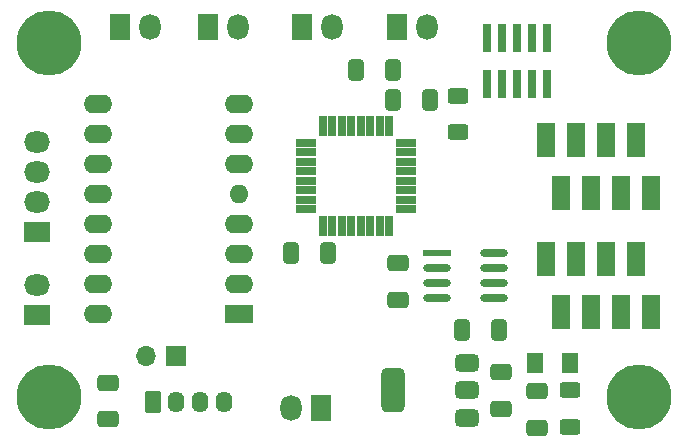
<source format=gbr>
%TF.GenerationSoftware,KiCad,Pcbnew,7.0.11-2.fc39*%
%TF.CreationDate,2024-04-03T17:16:26+02:00*%
%TF.ProjectId,CarteMPP,43617274-654d-4505-902e-6b696361645f,rev?*%
%TF.SameCoordinates,Original*%
%TF.FileFunction,Soldermask,Top*%
%TF.FilePolarity,Negative*%
%FSLAX46Y46*%
G04 Gerber Fmt 4.6, Leading zero omitted, Abs format (unit mm)*
G04 Created by KiCad (PCBNEW 7.0.11-2.fc39) date 2024-04-03 17:16:26*
%MOMM*%
%LPD*%
G01*
G04 APERTURE LIST*
G04 Aperture macros list*
%AMRoundRect*
0 Rectangle with rounded corners*
0 $1 Rounding radius*
0 $2 $3 $4 $5 $6 $7 $8 $9 X,Y pos of 4 corners*
0 Add a 4 corners polygon primitive as box body*
4,1,4,$2,$3,$4,$5,$6,$7,$8,$9,$2,$3,0*
0 Add four circle primitives for the rounded corners*
1,1,$1+$1,$2,$3*
1,1,$1+$1,$4,$5*
1,1,$1+$1,$6,$7*
1,1,$1+$1,$8,$9*
0 Add four rect primitives between the rounded corners*
20,1,$1+$1,$2,$3,$4,$5,0*
20,1,$1+$1,$4,$5,$6,$7,0*
20,1,$1+$1,$6,$7,$8,$9,0*
20,1,$1+$1,$8,$9,$2,$3,0*%
G04 Aperture macros list end*
%ADD10RoundRect,0.375000X0.625000X0.375000X-0.625000X0.375000X-0.625000X-0.375000X0.625000X-0.375000X0*%
%ADD11RoundRect,0.500000X0.500000X1.400000X-0.500000X1.400000X-0.500000X-1.400000X0.500000X-1.400000X0*%
%ADD12RoundRect,0.250000X0.650000X-0.412500X0.650000X0.412500X-0.650000X0.412500X-0.650000X-0.412500X0*%
%ADD13RoundRect,0.250000X-0.412500X-0.650000X0.412500X-0.650000X0.412500X0.650000X-0.412500X0.650000X0*%
%ADD14R,2.377069X0.622132*%
%ADD15RoundRect,0.311066X-0.877468X0.000000X0.877468X0.000000X0.877468X0.000000X-0.877468X0.000000X0*%
%ADD16R,1.500000X3.000000*%
%ADD17R,1.499997X3.000000*%
%ADD18RoundRect,0.250000X0.412500X0.650000X-0.412500X0.650000X-0.412500X-0.650000X0.412500X-0.650000X0*%
%ADD19R,1.700000X1.700000*%
%ADD20O,1.700000X1.700000*%
%ADD21C,5.500000*%
%ADD22R,1.800000X2.200000*%
%ADD23O,1.800000X2.200000*%
%ADD24RoundRect,0.250000X-0.625000X0.400000X-0.625000X-0.400000X0.625000X-0.400000X0.625000X0.400000X0*%
%ADD25RoundRect,0.250000X-0.650000X0.412500X-0.650000X-0.412500X0.650000X-0.412500X0.650000X0.412500X0*%
%ADD26RoundRect,0.250001X0.462499X0.624999X-0.462499X0.624999X-0.462499X-0.624999X0.462499X-0.624999X0*%
%ADD27R,0.740000X2.400000*%
%ADD28RoundRect,0.250000X0.625000X-0.400000X0.625000X0.400000X-0.625000X0.400000X-0.625000X-0.400000X0*%
%ADD29RoundRect,0.102000X-0.600000X-0.800000X0.600000X-0.800000X0.600000X0.800000X-0.600000X0.800000X0*%
%ADD30O,1.404000X1.804000*%
%ADD31R,2.200000X1.800000*%
%ADD32O,2.200000X1.800000*%
%ADD33R,2.400000X1.600000*%
%ADD34O,2.400000X1.600000*%
%ADD35O,1.600000X1.600000*%
%ADD36RoundRect,0.102000X-0.275000X0.750000X-0.275000X-0.750000X0.275000X-0.750000X0.275000X0.750000X0*%
%ADD37RoundRect,0.102000X-0.750000X-0.275000X0.750000X-0.275000X0.750000X0.275000X-0.750000X0.275000X0*%
%ADD38RoundRect,0.102000X0.275000X-0.750000X0.275000X0.750000X-0.275000X0.750000X-0.275000X-0.750000X0*%
%ADD39RoundRect,0.102000X0.750000X0.275000X-0.750000X0.275000X-0.750000X-0.275000X0.750000X-0.275000X0*%
G04 APERTURE END LIST*
D10*
%TO.C,U3*%
X164500000Y-118400000D03*
X164500000Y-116100000D03*
D11*
X158200000Y-116100000D03*
D10*
X164500000Y-113800000D03*
%TD*%
D12*
%TO.C,C6*%
X158700000Y-108462500D03*
X158700000Y-105337500D03*
%TD*%
D13*
%TO.C,C2*%
X149637500Y-104500000D03*
X152762500Y-104500000D03*
%TD*%
D14*
%TO.C,U2*%
X161957468Y-104495000D03*
D15*
X161957468Y-105765000D03*
X161957468Y-107035000D03*
X161957468Y-108305000D03*
X166792531Y-108305000D03*
X166792531Y-107035000D03*
X166792531Y-105765000D03*
X166792531Y-104495000D03*
%TD*%
D16*
%TO.C,JP2*%
X180088008Y-99388996D03*
X178818008Y-94888995D03*
X177548008Y-99388996D03*
X176278008Y-94888995D03*
X175008008Y-99388996D03*
X173738008Y-94888995D03*
D17*
X172468008Y-99388996D03*
X171198008Y-94888995D03*
%TD*%
D18*
%TO.C,C3*%
X158262500Y-89000000D03*
X155137500Y-89000000D03*
%TD*%
D19*
%TO.C,J15*%
X139900000Y-113200000D03*
D20*
X137360000Y-113200000D03*
%TD*%
D21*
%TO.C,J9*%
X129100000Y-86700000D03*
%TD*%
D22*
%TO.C,J14*%
X152140000Y-117600000D03*
D23*
X149600000Y-117600000D03*
%TD*%
D24*
%TO.C,R1*%
X163700000Y-91150000D03*
X163700000Y-94250000D03*
%TD*%
D25*
%TO.C,C4*%
X167400000Y-114537500D03*
X167400000Y-117662500D03*
%TD*%
D22*
%TO.C,J4*%
X150560000Y-85300000D03*
D23*
X153100000Y-85300000D03*
%TD*%
D21*
%TO.C,J11*%
X179100000Y-86700000D03*
%TD*%
D26*
%TO.C,D1*%
X173200000Y-113750000D03*
X170225000Y-113750000D03*
%TD*%
D21*
%TO.C,J12*%
X179100000Y-116700000D03*
%TD*%
D27*
%TO.C,J6*%
X166190000Y-90200000D03*
X166190000Y-86300000D03*
X167460000Y-90200000D03*
X167460000Y-86300000D03*
X168730000Y-90200000D03*
X168730000Y-86300000D03*
X170000000Y-90200000D03*
X170000000Y-86300000D03*
X171270000Y-90200000D03*
X171270000Y-86300000D03*
%TD*%
D18*
%TO.C,C7*%
X167192531Y-111005000D03*
X164067531Y-111005000D03*
%TD*%
D28*
%TO.C,R2*%
X173200000Y-119200000D03*
X173200000Y-116100000D03*
%TD*%
D29*
%TO.C,J16*%
X137900000Y-117100000D03*
D30*
X139900000Y-117100000D03*
X141900000Y-117100000D03*
X143900000Y-117100000D03*
%TD*%
D22*
%TO.C,J3*%
X135100000Y-85300000D03*
D23*
X137640000Y-85300000D03*
%TD*%
D22*
%TO.C,J8*%
X142560000Y-85300000D03*
D23*
X145100000Y-85300000D03*
%TD*%
D31*
%TO.C,J5*%
X128100000Y-102700000D03*
D32*
X128100000Y-100160000D03*
X128100000Y-97620000D03*
X128100000Y-95080000D03*
%TD*%
D22*
%TO.C,J7*%
X158560000Y-85300000D03*
D23*
X161100000Y-85300000D03*
%TD*%
D33*
%TO.C,J1*%
X145200000Y-109600000D03*
D34*
X145200000Y-107060000D03*
X145200000Y-104520000D03*
X145200000Y-101980000D03*
D35*
X145200000Y-99440000D03*
D34*
X145200000Y-96900000D03*
X145200000Y-94360000D03*
X145200000Y-91820000D03*
X133280000Y-91820000D03*
X133262000Y-94360000D03*
X133262000Y-96900000D03*
X133262000Y-99440000D03*
X133262000Y-101980000D03*
X133262000Y-104520000D03*
X133262000Y-107060000D03*
X133262000Y-109600000D03*
%TD*%
D31*
%TO.C,J2*%
X128100000Y-109700000D03*
D32*
X128100000Y-107160000D03*
%TD*%
D12*
%TO.C,C8*%
X134100000Y-118562500D03*
X134100000Y-115437500D03*
%TD*%
D25*
%TO.C,C5*%
X170450000Y-116125000D03*
X170450000Y-119250000D03*
%TD*%
D36*
%TO.C,U1*%
X157900000Y-93750000D03*
X157100000Y-93750000D03*
X156300000Y-93750000D03*
X155500000Y-93750000D03*
X154700000Y-93750000D03*
X153900000Y-93750000D03*
X153100000Y-93750000D03*
X152300000Y-93750000D03*
D37*
X150900000Y-95150000D03*
X150900000Y-95950000D03*
X150900000Y-96750000D03*
X150900000Y-97550000D03*
X150900000Y-98350000D03*
X150900000Y-99150000D03*
X150900000Y-99950000D03*
X150900000Y-100750000D03*
D38*
X152300000Y-102150000D03*
X153100000Y-102150000D03*
X153900000Y-102150000D03*
X154700000Y-102150000D03*
X155500000Y-102150000D03*
X156300000Y-102150000D03*
X157100000Y-102150000D03*
X157900000Y-102150000D03*
D39*
X159300000Y-100750000D03*
X159300000Y-99950000D03*
X159300000Y-99150000D03*
X159300000Y-98350000D03*
X159300000Y-97550000D03*
X159300000Y-96750000D03*
X159300000Y-95950000D03*
X159300000Y-95150000D03*
%TD*%
D18*
%TO.C,C1*%
X161362500Y-91500000D03*
X158237500Y-91500000D03*
%TD*%
D21*
%TO.C,J10*%
X129100000Y-116700000D03*
%TD*%
D16*
%TO.C,JP1*%
X180082008Y-109488996D03*
X178812008Y-104988995D03*
X177542008Y-109488996D03*
X176272008Y-104988995D03*
X175002008Y-109488996D03*
X173732008Y-104988995D03*
D17*
X172462008Y-109488996D03*
X171192008Y-104988995D03*
%TD*%
M02*

</source>
